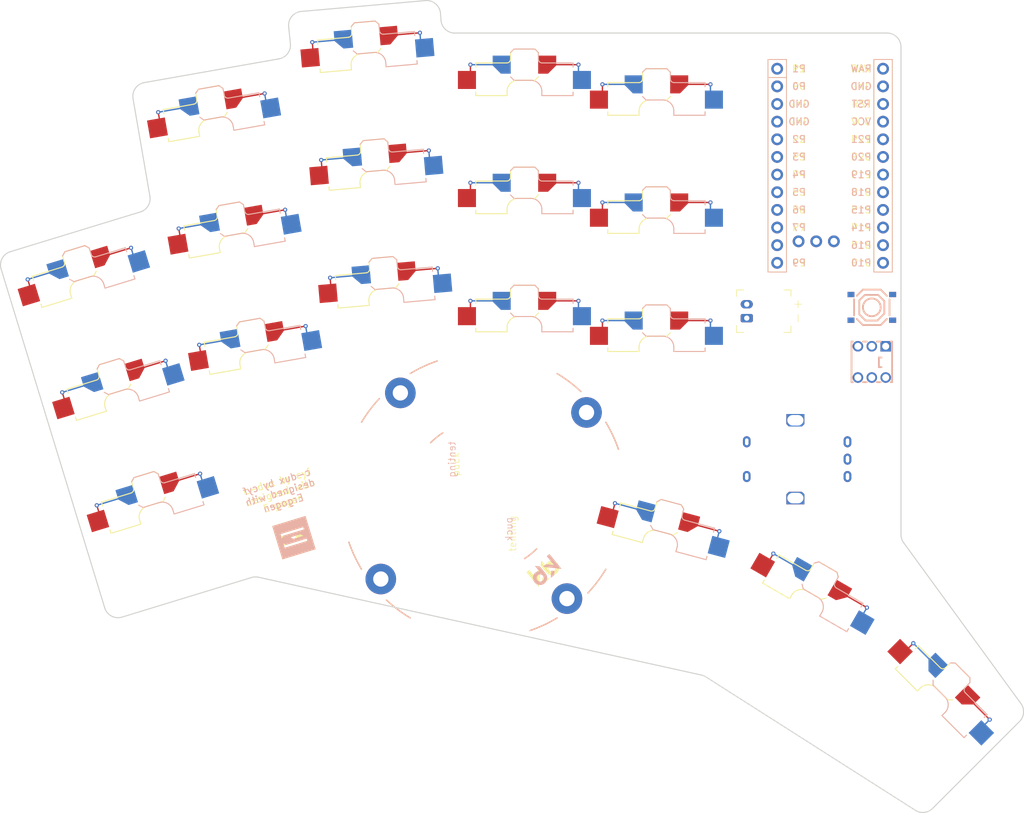
<source format=kicad_pcb>
(kicad_pcb (version 20240108) (generator "pcbnew") (generator_version "8.0")
  (title_block (title "c-dux") (date "2025-02-10") (rev "v1.0.0") (company "Unknown"))
  (layers (0 "F.Cu" signal) (31 "B.Cu" signal) (34 "B.Paste" user) (35 "F.Paste" user) (36 "B.SilkS" user "B.Silkscreen") (37 "F.SilkS" user "F.Silkscreen") (38 "B.Mask" user) (39 "F.Mask" user) (44 "Edge.Cuts" user))
  (net 0 "")
  (net 1 "P102")
  (net 2 "GND")
  (net 3 "P2")
  (net 4 "P0")
  (net 5 "P101")
  (net 6 "P3")
  (net 7 "P1")
  (net 8 "P7")
  (net 9 "P4")
  (net 10 "P21")
  (net 11 "P8")
  (net 12 "P5")
  (net 13 "P20")
  (net 14 "P9")
  (net 15 "P6")
  (net 16 "P19")
  (net 17 "P107")
  (net 18 "P15")
  (net 19 "P14")
  (net 20 "RAW")
  (net 21 "RST")
  (net 22 "VCC")
  (net 23 "P18")
  (net 24 "P16")
  (net 25 "P10")
  (net 26 "BRAW")
  (footprint "ceoloide:switch_choc_v1_v2" (layer "F.Cu") (at 197.411087 89.850184)
    (property "Reference" "S12" (hide yes))
    (property "Value" "")
    (pad "" np_thru_hole circle (at -5.5 0) (size 1.7 1.7) (drill 1.7) (layers "*.Cu" "*.Mask"))
    (pad "" np_thru_hole circle (at -5 -3.75 195) (size 3 3) (drill 3) (layers "*.Cu" "*.Mask"))
    (pad "" np_thru_hole circle (at 0 -5.95) (size 3 3) (drill 3) (layers "*.Cu" "*.Mask"))
    (pad "" np_thru_hole circle (at 0 0) (size 3.4 3.4) (drill 3.4) (layers "*.Cu" "*.Mask"))
    (pad "" np_thru_hole circle (at 5 -3.75 195) (size 3 3) (drill 3) (layers "*.Cu" "*.Mask"))
    (pad "" np_thru_hole circle (at 5.5 0) (size 1.7 1.7) (drill 1.7) (layers "*.Cu" "*.Mask"))
    (pad "1" smd roundrect (at -3.275 -5.95) (size 2.6 2.6) (layers "B.Cu" "B.Paste" "B.Mask") (roundrect_rratio 0) (chamfer_ratio 0.455) (chamfer bottom_left) (net 2 "GND"))
    (pad "1" smd roundrect (at 3.275 -5.95) (size 2.6 2.6) (layers "F.Cu" "F.Paste" "F.Mask") (roundrect_rratio 0) (chamfer_ratio 0.455) (chamfer bottom_right) (net 13 "P20"))
    (pad "2" smd rect (at -8.275 -3.75) (size 2.6 2.6) (layers "F.Cu" "F.Paste" "F.Mask") (net 2 "GND"))
    (pad "2" smd rect (at 8.275 -3.75) (size 2.6 2.6) (layers "B.Cu" "B.Paste" "B.Mask") (net 13 "P20"))
  )
  (footprint "ceoloide:utility_ergogen_logo" (layer "F.Cu") (at 164.231294 151.983001 17)
    (property "Reference" "LOGO1" (hide yes))
    (property "Value" "")
  )
  (footprint "ceoloide:rotary_encoder_ec11_ec12" (layer "F.Cu") (at 236.411087 140.683517 90)
    (property "Reference" "RE1" (hide yes))
    (property "Value" "")
    (pad "" thru_hole roundrect (at -5.6 0) (size 2.6 1.8) (drill oval 2.3 1.5) (layers "*.Cu" "*.Mask") (roundrect_rratio 0) (chamfer_ratio 0.2) (chamfer top_left top_right))
    (pad "" thru_hole roundrect (at 5.6 0) (size 2.6 1.8) (drill oval 2.3 1.5) (layers "*.Cu" "*.Mask") (roundrect_rratio 0) (chamfer_ratio 0.2) (chamfer bottom_left bottom_right))
    (pad "A" thru_hole oval (at 2.5 7.5 90) (size 1.6 1.1) (drill oval 1 0.5) (layers "*.Cu" "F.Mask") (net 25 "P10"))
    (pad "B" thru_hole oval (at 0 7.5 90) (size 1.6 1.1) (drill oval 1 0.5) (layers "*.Cu" "F.Mask") (net 2 "GND"))
    (pad "C" thru_hole oval (at -2.5 7.5 90) (size 1.6 1.1) (drill oval 1 0.5) (layers "*.Cu" "F.Mask") (net 24 "P16"))
    (pad "S1" thru_hole oval (at -2.5 -7 90) (size 1.6 1.1) (drill oval 1 0.5) (layers "*.Cu" "F.Mask") (net 2 "GND"))
    (pad "S2" thru_hole oval (at 2.5 -7 90) (size 1.6 1.1) (drill oval 1 0.5) (layers "*.Cu" "F.Mask") (net 23 "P18"))
  )
  (footprint "TentingPuck_NoHole" (layer "F.Cu") (at 191.541087 145.950184 39)
    (property "Reference" "TP1" (hide yes))
    (property "Value" "Tenting Puck, no hole" (hide yes))
    (fp_text user "tenting" (at -0.254 -6.9215 90) (layer "B.SilkS") (effects (font (thickness 0.1)) (justify mirror)))
    (fp_text user "puck" (at -0.1905 6.0325 90) (layer "B.SilkS") (effects (font (thickness 0.1)) (justify mirror)))
    (fp_text user "tenting" (at -0.1905 6.858 90) (layer "F.SilkS") (effects (font (thickness 0.1))))
    (fp_text user "puck" (at -0.254 -6.0325 90) (layer "F.SilkS") (effects (font (thickness 0.1))))
    (pad "1" thru_hole circle (at -19.05 -0.000001) (size 4.4 4.4) (drill 2.2) (layers "*.Cu" "*.Mask"))
    (pad "1" thru_hole circle (at -0.000001 19.05) (size 4.4 4.4) (drill 2.2) (layers "*.Cu" "*.Mask"))
    (pad "1" thru_hole circle (at 0.000001 -19.05) (size 4.4 4.4) (drill 2.2) (layers "*.Cu" "*.Mask"))
    (pad "1" thru_hole circle (at 19.05 0.000001) (size 4.4 4.4) (drill 2.2) (layers "*.Cu" "*.Mask"))
  )
  (footprint "ceoloide:switch_choc_v1_v2" (layer "F.Cu") (at 176.420883 102.868402 5)
    (property "Reference" "S8" (hide yes))
    (property "Value" "")
    (pad "" np_thru_hole circle (at -5.5 0 5) (size 1.7 1.7) (drill 1.7) (layers "*.Cu" "*.Mask"))
    (pad "" np_thru_hole circle (at -5.000001 -3.75 200) (size 3 3) (drill 3) (layers "*.Cu" "*.Mask"))
    (pad "" np_thru_hole circle (at 0 -5.95 5) (size 3 3) (drill 3) (layers "*.Cu" "*.Mask"))
    (pad "" np_thru_hole circle (at 0 0 5) (size 3.4 3.4) (drill 3.4) (layers "*.Cu" "*.Mask"))
    (pad "" np_thru_hole circle (at 5 -3.75 200) (size 3 3) (drill 3) (layers "*.Cu" "*.Mask"))
    (pad "" np_thru_hole circle (at 5.5 0 5) (size 1.7 1.7) (drill 1.7) (layers "*.Cu" "*.Mask"))
    (pad "1" smd roundrect (at -3.275 -5.95 5) (size 2.6 2.6) (layers "B.Cu" "B.Paste" "B.Mask") (roundrect_rratio 0) (chamfer_ratio 0.455) (chamfer bottom_left) (net 2 "GND"))
    (pad "1" smd roundrect (at 3.275 -5.95 5) (size 2.6 2.6) (layers "F.Cu" "F.Paste" "F.Mask") (roundrect_rratio 0) (chamfer_ratio 0.455) (chamfer bottom_right) (net 9 "P4"))
    (pad "2" smd rect (at -8.275 -3.75 5) (size 2.6 2.6) (layers "F.Cu" "F.Paste" "F.Mask") (net 2 "GND"))
    (pad "2" smd rect (at 8.275 -3.75 5) (size 2.6 2.6) (layers "B.Cu" "B.Paste" "B.Mask") (net 9 "P4"))
  )
  (footprint "easyeda2kicad:SW-TH_5.8ZSPT" (layer "F.Cu") (at 247.411087 126.683517)
    (property "Reference" "SW1" (hide yes))
    (property "Value" "SW_Push_Lock")
    (pad "1" thru_hole rect (at 2 -2.25) (size 1.52 1.52) (drill 0.999998) (layers "*.Cu" "*.Mask") (net 20 "RAW"))
    (pad "2" thru_hole circle (at 0 -2.25) (size 1.52 1.52) (drill 0.999998) (layers "*.Cu" "*.Mask") (net 26 "BRAW"))
    (pad "3" thru_hole circle (at -2 -2.25) (size 1.52 1.52) (drill 0.999998) (layers "*.Cu" "*.Mask"))
    (pad "4" thru_hole circle (at -2 2.25) (size 1.52 1.52) (drill 0.999998) (layers "*.Cu" "*.Mask"))
    (pad "5" thru_hole circle (at 0 2.25) (size 1.52 1.52) (drill 0.999998) (layers "*.Cu" "*.Mask"))
    (pad "6" thru_hole circle (at 2 2.25) (size 1.52 1.52) (drill 0.999998) (layers "*.Cu" "*.Mask"))
  )
  (footprint "ceoloide:switch_choc_v1_v2" (layer "F.Cu") (at 177.703291 119.821143 5)
    (property "Reference" "S7" (hide yes))
    (property "Value" "")
    (pad "" np_thru_hole circle (at -5.5 0 5) (size 1.7 1.7) (drill 1.7) (layers "*.Cu" "*.Mask"))
    (pad "" np_thru_hole circle (at -5.000001 -3.75 200) (size 3 3) (drill 3) (layers "*.Cu" "*.Mask"))
    (pad "" np_thru_hole circle (at 0 -5.95 5) (size 3 3) (drill 3) (layers "*.Cu" "*.Mask"))
    (pad "" np_thru_hole circle (at 0 0 5) (size 3.4 3.4) (drill 3.4) (layers "*.Cu" "*.Mask"))
    (pad "" np_thru_hole circle (at 5 -3.75 200) (size 3 3) (drill 3) (layers "*.Cu" "*.Mask"))
    (pad "" np_thru_hole circle (at 5.5 0 5) (size 1.7 1.7) (drill 1.7) (layers "*.Cu" "*.Mask"))
    (pad "1" smd roundrect (at -3.275 -5.95 5) (size 2.6 2.6) (layers "B.Cu" "B.Paste" "B.Mask") (roundrect_rratio 0) (chamfer_ratio 0.455) (chamfer bottom_left) (net 2 "GND"))
    (pad "1" smd roundrect (at 3.275 -5.95 5) (size 2.6 2.6) (layers "F.Cu" "F.Paste" "F.Mask") (roundrect_rratio 0) (chamfer_ratio 0.455) (chamfer bottom_right) (net 8 "P7"))
    (pad "2" smd rect (at -8.275 -3.75 5) (size 2.6 2.6) (layers "F.Cu" "F.Paste" "F.Mask") (net 2 "GND"))
    (pad "2" smd rect (at 8.275 -3.75 5) (size 2.6 2.6) (layers "B.Cu" "B.Paste" "B.Mask") (net 8 "P7"))
  )
  (footprint "ceoloide:switch_choc_v1_v2" (layer "F.Cu") (at 153.38711 95.254933 10)
    (property "Reference" "S6" (hide yes))
    (property "Value" "")
    (pad "" np_thru_hole circle (at -5.5 0 10) (size 1.7 1.7) (drill 1.7) (layers "*.Cu" "*.Mask"))
    (pad "" np_thru_hole circle (at -5 -3.75 205) (size 3 3) (drill 3) (layers "*.Cu" "*.Mask"))
    (pad "" np_thru_hole circle (at 0 -5.95 10) (size 3 3) (drill 3) (layers "*.Cu" "*.Mask"))
    (pad "" np_thru_hole circle (at 0 0 10) (size 3.4 3.4) (drill 3.4) (layers "*.Cu" "*.Mask"))
    (pad "" np_thru_hole circle (at 5 -3.75 205) (size 3 3) (drill 3) (layers "*.Cu" "*.Mask"))
    (pad "" np_thru_hole circle (at 5.5 0 10) (size 1.7 1.7) (drill 1.7) (layers "*.Cu" "*.Mask"))
    (pad "1" smd roundrect (at -3.275 -5.95 10) (size 2.6 2.6) (layers "B.Cu" "B.Paste" "B.Mask") (roundrect_rratio 0) (chamfer_ratio 0.455) (chamfer bottom_left) (net 2 "GND"))
    (pad "1" smd roundrect (at 3.275 -5.95 10) (size 2.6 2.6) (layers "F.Cu" "F.Paste" "F.Mask") (roundrect_rratio 0) (chamfer_ratio 0.455) (chamfer bottom_right) (net 7 "P1"))
    (pad "2" smd rect (at -8.275 -3.75 10) (size 2.6 2.6) (layers "F.Cu" "F.Paste" "F.Mask") (net 2 "GND"))
    (pad "2" smd rect (at 8.275 -3.75 10) (size 2.6 2.6) (layers "B.Cu" "B.Paste" "B.Mask") (net 7 "P1"))
  )
  (footprint "ceoloide:switch_choc_v1_v2" (layer "F.Cu") (at 159.291148 128.738397 10)
    (property "Reference" "S4" (hide yes))
    (property "Value" "")
    (pad "" np_thru_hole circle (at -5.5 0 10) (size 1.7 1.7) (drill 1.7) (layers "*.Cu" "*.Mask"))
    (pad "" np_thru_hole circle (at -5 -3.75 205) (size 3 3) (drill 3) (layers "*.Cu" "*.Mask"))
    (pad "" np_thru_hole circle (at 0 -5.95 10) (size 3 3) (drill 3) (layers "*.Cu" "*.Mask"))
    (pad "" np_thru_hole circle (at 0 0 10) (size 3.4 3.4) (drill 3.4) (layers "*.Cu" "*.Mask"))
    (pad "" np_thru_hole circle (at 5 -3.75 205) (size 3 3) (drill 3) (layers "*.Cu" "*.Mask"))
    (pad "" np_thru_hole circle (at 5.5 0 10) (size 1.7 1.7) (drill 1.7) (layers "*.Cu" "*.Mask"))
    (pad "1" smd roundrect (at -3.275 -5.95 10) (size 2.6 2.6) (layers "B.Cu" "B.Paste" "B.Mask") (roundrect_rratio 0) (chamfer_ratio 0.455) (chamfer bottom_left) (net 2 "GND"))
    (pad "1" smd roundrect (at 3.275 -5.95 10) (size 2.6 2.6) (layers "F.Cu" "F.Paste" "F.Mask") (roundrect_rratio 0) (chamfer_ratio 0.455) (chamfer bottom_right) (net 5 "P101"))
    (pad "2" smd rect (at -8.275 -3.75 10) (size 2.6 2.6) (layers "F.Cu" "F.Paste" "F.Mask") (net 2 "GND"))
    (pad "2" smd rect (at 8.275 -3.75 10) (size 2.6 2.6) (layers "B.Cu" "B.Paste" "B.Mask") (net 5 "P101"))
  )
  (footprint "ceoloide:switch_choc_v1_v2" (layer "F.Cu") (at 216.411087 92.683517)
    (property "Reference" "S15" (hide yes))
    (property "Value" "")
    (pad "" np_thru_hole circle (at -5.5 0) (size 1.7 1.7) (drill 1.7) (layers "*.Cu" "*.Mask"))
    (pad "" np_thru_hole circle (at -5 -3.75 195) (size 3 3) (drill 3) (layers "*.Cu" "*.Mask"))
    (pad "" np_thru_hole circle (at 0 -5.95) (size 3 3) (drill 3) (layers "*.Cu" "*.Mask"))
    (pad "" np_thru_hole circle (at 0 0) (size 3.4 3.4) (drill 3.4) (layers "*.Cu" "*.Mask"))
    (pad "" np_thru_hole circle (at 5 -3.75 195) (size 3 3) (drill 3) (layers "*.Cu" "*.Mask"))
    (pad "" np_thru_hole circle (at 5.5 0) (size 1.7 1.7) (drill 1.7) (layers "*.Cu" "*.Mask"))
    (pad "1" smd roundrect (at -3.275 -5.95) (size 2.6 2.6) (layers "B.Cu" "B.Paste" "B.Mask") (roundrect_rratio 0) (chamfer_ratio 0.455) (chamfer bottom_left) (net 2 "GND"))
    (pad "1" smd roundrect (at 3.275 -5.95) (size 2.6 2.6) (layers "F.Cu" "F.Paste" "F.Mask") (roundrect_rratio 0) (chamfer_ratio 0.455) (chamfer bottom_right) (net 16 "P19"))
    (pad "2" smd rect (at -8.275 -3.75) (size 2.6 2.6) (layers "F.Cu" "F.Paste" "F.Mask") (net 2 "GND"))
    (pad "2" smd rect (at 8.275 -3.75) (size 2.6 2.6) (layers "B.Cu" "B.Paste" "B.Mask") (net 16 "P19"))
  )
  (footprint "ceoloide:switch_choc_v1_v2" (layer "F.Cu") (at 216.410744 154.790192 -15)
    (property "Reference" "S16" (hide yes))
    (property "Value" "")
    (pad "" np_thru_hole circle (at -5.5 0 345) (size 1.7 1.7) (drill 1.7) (layers "*.Cu" "*.Mask"))
    (pad "" np_thru_hole circle (at -5 -3.75 180) (size 3 3) (drill 3) (layers "*.Cu" "*.Mask"))
    (pad "" np_thru_hole circle (at 0 -5.95 345) (size 3 3) (drill 3) (layers "*.Cu" "*.Mask"))
    (pad "" np_thru_hole circle (at 0 0 345) (size 3.4 3.4) (drill 3.4) (layers "*.Cu" "*.Mask"))
    (pad "" np_thru_hole circle (at 5 -3.75 180) (size 3 3) (drill 3) (layers "*.Cu" "*.Mask"))
    (pad "" np_thru_hole circle (at 5.5 0 345) (size 1.7 1.7) (drill 1.7) (layers "*.Cu" "*.Mask"))
    (pad "1" smd roundrect (at -3.275 -5.95 345) (size 2.6 2.6) (layers "B.Cu" "B.Paste" "B.Mask") (roundrect_rratio 0) (chamfer_ratio 0.455) (chamfer bottom_left) (net 2 "GND"))
    (pad "1" smd roundrect (at 3.275 -5.95 345) (size 2.6 2.6) (layers "F.Cu" "F.Paste" "F.Mask") (roundrect_rratio 0) (chamfer_ratio 0.455) (chamfer bottom_right) (net 17 "P107"))
    (pad "2" smd rect (at -8.275 -3.75 345) (size 2.6 2.6) (layers "F.Cu" "F.Paste" "F.Mask") (net 2 "GND"))
    (pad "2" smd rect (at 8.275 -3.75 345) (size 2.6 2.6) (layers "B.Cu" "B.Paste" "B.Mask") (net 17 "P107"))
  )
  (footprint "ceoloide:switch_choc_v1_v2" (layer "F.Cu") (at 216.411087 109.683517)
    (property "Reference" "S14" (hide yes))
    (property "Value" "")
    (pad "" np_thru_hole circle (at -5.5 0) (size 1.7 1.7) (drill 1.7) (layers "*.Cu" "*.Mask"))
    (pad "" np_thru_hole circle (at -5 -3.75 195) (size 3 3) (drill 3) (layers "*.Cu" "*.Mask"))
    (pad "" np_thru_hole circle (at 0 -5.95) (size 3 3) (drill 3) (layers "*.Cu" "*.Mask"))
    (pad "" np_thru_hole circle (at 0 0) (size 3.4 3.4) (drill 3.4) (layers "*.Cu" "*.Mask"))
    (pad "" np_thru_hole circle (at 5 -3.75 195) (size 3 3) (drill 3) (layers "*.Cu" "*.Mask"))
    (pad "" np_thru_hole circle (at 5.5 0) (size 1.7 1.7) (drill 1.7) (layers "*.Cu" "*.Mask"))
    (pad "1" smd roundrect (at -3.275 -5.95) (size 2.6 2.6) (layers "B.Cu" "B.Paste" "B.Mask") (roundrect_rratio 0) (chamfer_ratio 0.455) (chamfer bottom_left) (net 2 "GND"))
    (pad "1" smd roundrect (at 3.275 -5.95) (size 2.6 2.6) (layers "F.Cu" "F.Paste" "F.Mask") (roundrect_rratio 0) (chamfer_ratio 0.455) (chamfer bottom_right) (net 15 "P6"))
    (pad "2" smd rect (at -8.275 -3.75) (size 2.6 2.6) (layers "F.Cu" "F.Paste" "F.Mask") (net 2 "GND"))
    (pad "2" smd rect (at 8.275 -3.75) (size 2.6 2.6) (layers "B.Cu" "B.Paste" "B.Mask") (net 15 "P6"))
  )
  (footprint "ceoloide:battery_connector_jst_ph_2" (layer "F.Cu") (at 229.411087 119.383517 90)
    (property "Reference" "JST1" (hide yes))
    (property "Value" "")
    (pad "1" thru_hole roundrect (at -1 0 90) (size 1.2 1.75) (drill 0.75) (layers "*.Cu" "*.Mask") (roundrect_rratio 0.2) (net 2 "GND"))
    (pad "2" thru_hole oval (at 1 0 90) (size 1.2 1.75) (drill 0.75) (layers "*.Cu" "*.Mask") (net 26 "BRAW"))
  )
  (footprint "ceoloide:switch_choc_v1_v2" (layer "F.Cu") (at 145.029681 150.742819 17)
    (property "Reference" "S1" (hide yes))
    (property "Value" "")
    (pad "" np_thru_hole circle (at -5.5 0 17) (size 1.7 1.7) (drill 1.7) (layers "*.Cu" "*.Mask"))
    (pad "" np_thru_hole circle (at -5 -3.75 212) (size 3 3) (drill 3) (layers "*.Cu" "*.Mask"))
    (pad "" np_thru_hole circle (at 0 -5.95 17) (size 3 3) (drill 3) (layers "*.Cu" "*.Mask"))
    (pad "" np_thru_hole circle (at 0 0 17) (size 3.4 3.4) (drill 3.4) (layers "*.Cu" "*.Mask"))
    (pad "" np_thru_hole circle (at 5 -3.75 212) (size 3 3) (drill 3) (layers "*.Cu" "*.Mask"))
    (pad "" np_thru_hole circle (at 5.5 0 17) (size 1.7 1.7) (drill 1.7) (layers "*.Cu" "*.Mask"))
    (pad "1" smd roundrect (at -3.275 -5.95 17) (size 2.6 2.6) (layers "B.Cu" "B.Paste" "B.Mask") (roundrect_rratio 0) (chamfer_ratio 0.455) (chamfer bottom_left) (net 2 "GND"))
    (pad "1" smd roundrect (at 3.275 -5.95 17) (size 2.6 2.6) (layers "F.Cu" "F.Paste" "F.Mask") (roundrect_rratio 0) (chamfer_ratio 0.455) (chamfer bottom_right) (net 1 "P102"))
    (pad "2" smd rect (at -8.275 -3.75 17) (size 2.6 2.6) (layers "F.Cu" "F.Paste" "F.Mask") (net 2 "GND"))
    (pad "2" smd rect (at 8.275 -3.75 17) (size 2.6 2.6) (layers "B.Cu" "B.Paste" "B.Mask") (net 1 "P102"))
  )
  (footprint "ceoloide:switch_choc_v1_v2" (layer "F.Cu") (at 216.411087 126.683517)
    (property "Reference" "S13" (hide yes))
    (property "Value" "")
    (pad "" np_thru_hole circle (at -5.5 0) (size 1.7 1.7) (drill 1.7) (layers "*.Cu" "*.Mask"))
    (pad "" np_thru_hole circle (at -5 -3.75 195) (size 3 3) (drill 3) (layers "*.Cu" "*.Mask"))
    (pad "" np_thru_hole circle (at 0 -5.95) (size 3 3) (drill 3) (layers "*.Cu" "*.Mask"))
    (pad "" np_thru_hole circle (at 0 0) (size 3.4 3.4) (drill 3.4) (layers "*.Cu" "*.Mask"))
    (pad "" np_thru_hole circle (at 5 -3.75 195) (size 3 3) (drill 3) (layers "*.Cu" "*.Mask"))
    (pad "" np_thru_hole circle (at 5.5 0) (size 1.7 1.7) (drill 1.7) (layers "*.Cu" "*.Mask"))
    (pad "1" smd roundrect (at -3.275 -5.95) (size 2.6 2.6) (layers "B.Cu" "B.Paste" "B.Mask") (roundrect_rratio 0) (chamfer_ratio 0.455) (chamfer bottom_left) (net 2 "GND"))
    (pad "1" smd roundrect (at 3.275 -5.95) (size 2.6 2.6) (layers "F.Cu" "F.Paste" "F.Mask") (roundrect_rratio 0) (chamfer_ratio 0.455) (chamfer bottom_right) (net 14 "P9"))
    (pad "2" smd rect (at -8.275 -3.75) (size 2.6 2.6) (layers "F.Cu" "F.Paste" "F.Mask") (net 2 "GND"))
    (pad "2" smd rect (at 8.275 -3.75) (size 2.6 2.6) (layers "B.Cu" "B.Paste" "B.Mask") (net 14 "P9"))
  )
  (footprint "easyeda2kicad:SW-SMD_4P-L5.1-W5.1-P3.70-LS6.5-TL_H1.5" (layer "F.Cu") (at 247.411087 118.833517)
    (property "Reference" "SW2" (hide yes))
    (property "Value" "SW-SMD_4P")
    (pad "1" smd rect (at -3 -1.85) (size 1 0.75) (layers "F.Cu" "F.Paste" "F.Mask") (net 21 "RST"))
    (pad "1" smd rect (at -3 -1.85) (size 1 0.75) (layers "B.Cu" "B.Paste" "B.Mask") (net 21 "RST"))
    (pad "2" smd rect (at 3 -1.85) (size 1 0.75) (layers "F.Cu" "F.Paste" "F.Mask"))
    (pad "2" smd rect (at 3 -1.85) (size 1 0.75) (layers "B.Cu" "B.Paste" "B.Mask"))
    (pad "3" smd rect (at -3 1.85) (size 1 0.75) (layers "F.Cu" "F.Paste" "F.Mask") (net 2 "GND"))
    (pad "3" smd rect (at -3 1.85) (size 1 0.75) (layers "B.Cu" "B.Paste" "B.Mask") (net 2 "GND"))
    (pad "4" smd rect (at 3 1.85) (size 1 0.75) (layers "F.Cu" "F.Paste" "F.Mask"))
    (pad "4" smd rect (at 3 1.85) (size 1 0.75) (layers "B.Cu" "B.Paste" "B.Mask"))
  )
  (footprint "ceoloide:switch_choc_v1_v2" (layer "F.Cu") (at 135.089043 118.228457 17)
    (property "Reference" "S3" (hide yes))
    (property "Value" "")
    (pad "" np_thru_hole circle (at -5.5 0 17) (size 1.7 1.7) (drill 1.7) (layers "*.Cu" "*.Mask"))
    (pad "" np_thru_hole circle (at -5 -3.75 212) (size 3 3) (drill 3) (layers "*.Cu" "*.Mask"))
    (pad "" np_thru_hole circle (at 0 -5.95 17) (size 3 3) (drill 3) (layers "*.Cu" "*.Mask"))
    (pad "" np_thru_hole circle (at 0 0 17) (size 3.4 3.4) (drill 3.4) (layers "*.Cu" "*.Mask"))
    (pad "" np_thru_hole circle (at 5 -3.75 212) (size 3 3) (drill 3) (layers "*.Cu" "*.Mask"))
    (pad "" np_thru_hole circle (at 5.5 0 17) (size 1.7 1.7) (drill 1.7) (layers "*.Cu" "*.Mask"))
    (pad "1" smd roundrect (at -3.275 -5.95 17) (size 2.6 2.6) (layers "B.Cu" "B.Paste" "B.Mask") (roundrect_rratio 0) (chamfer_ratio 0.455) (chamfer bottom_left) (net 2 "GND"))
    (pad "1" smd roundrect (at 3.275 -5.95 17) (size 2.6 2.6) (layers "F.Cu" "F.Paste" "F.Mask") (roundrect_rratio 0) (chamfer_ratio 0.455) (chamfer bottom_right) (net 4 "P0"))
    (pad "2" smd rect (at -8.275 -3.75 17) (size 2.6 2.6) (layers "F.Cu" "F.Paste" "F.Mask") (net 2 "GND"))
    (pad "2" smd rect (at 8.275 -3.75 17) (size 2.6 2.6) (layers "B.Cu" "B.Paste" "B.Mask") (net 4 "P0"))
  )
  (footprint "ceoloide:switch_choc_v1_v2" (layer "F.Cu") (at 254.677386 176.883448 -45)
    (property "Reference" "S18" (hide yes))
    (property "Value" "")
    (pad "" np_thru_hole circle (at -5.5 0 315) (size 1.7 1.7) (drill 1.7) (layers "*.Cu" "*.Mask"))
    (pad "" np_thru_hole circle (at -4.999999 -3.75 150) (size 3 3) (drill 3) (layers "*.Cu" "*.Mask"))
    (pad "" np_thru_hole circle (at 0 -5.95 315) (size 3 3) (drill 3) (layers "*.Cu" "*.Mask"))
    (pad "" np_thru_hole circle (at 0 0 315) (size 3.4 3.4) (drill 3.4) (layers "*.Cu" "*.Mask"))
    (pad "" np_thru_hole circle (at 4.999999 -3.75 150) (size 3 3) (drill 3) (layers "*.Cu" "*.Mask"))
    (pad "" np_thru_hole circle (at 5.5 0 315) (size 1.7 1.7) (drill 1.7) (layers "*.Cu" "*.Mask"))
    (pad "1" smd roundrect (at -3.275 -5.95 315) (size 2.6 2.6) (layers "B.Cu" "B.Paste" "B.Mask") (roundrect_rratio 0) (chamfer_ratio 0.455) (chamfer bottom_left) (net 2 "GND"))
    (pad "1" smd roundrect (at 3.275 -5.95 315) (size 2.6 2.6) (layers "F.Cu" "F.Paste" "F.Mask") (roundrect_rratio 0) (chamfer_ratio 0.455) (chamfer bottom_right) (net 19 "P14"))
    (pad "2" smd rect (at -8.275 -3.75 315) (size 2.6 2.6) (layers "F.Cu" "F.Paste" "F.Mask") (net 2 "GND"))
    (pad "2" smd rect (at 8.275 -3.75 315) (size 2.6 2.6) (layers "B.Cu" "B.Paste" "B.Mask") (net 19 "P14"))
  )
  (footprint "ceoloide:switch_choc_v1_v2" (layer "F.Cu") (at 236.998381 163.31787 -30)
    (property "Reference" "S17" (hide yes))
    (property "Value" "")
    (pad "" np_thru_hole circle (at -5.5 0 330) (size 1.7 1.7) (drill 1.7) (layers "*.Cu" "*.Mask"))
    (pad "" np_thru_hole circle (at -5 -3.75 165) (size 3 3) (drill 3) (layers "*.Cu" "*.Mask"))
    (pad "" np_thru_hole circle (at 0 -5.95 330) (size 3 3) (drill 3) (layers "*.Cu" "*.Mask"))
    (pad "" np_thru_hole circle (at 0 0 330) (size 3.4 3.4) (drill 3.4) (layers "*.Cu" "*.Mask"))
    (pad "" np_thru_hole circle (at 5 -3.75 165) (size 3 3) (drill 3) (layers "*.Cu" "*.Mask"))
    (pad "" np_thru_hole circle (at 5.5 0 330) (size 1.7 1.7) (drill 1.7) (layers "*.Cu" "*.Mask"))
    (pad "1" smd roundrect (at -3.275 -5.95 330) (size 2.6 2.6) (layers "B.Cu" "B.Paste" "B.Mask") (roundrect_rratio 0) (chamfer_ratio 0.455) (chamfer bottom_left) (net 2 "GND"))
    (pad "1" smd roundrect (at 3.275 -5.95 330) (size 2.6 2.6) (layers "F.Cu" "F.Paste" "F.Mask") (roundrect_rratio 0) (chamfer_ratio 0.455) (chamfer bottom_right) (net 18 "P15"))
    (pad "2" smd rect (at -8.275 -3.75 330) (size 2.6 2.6) (layers "F.Cu" "F.Paste" "F.Mask") (net 2 "GND"))
    (pad "2" smd rect (at 8.275 -3.75 330) (size 2.6 2.6) (layers "B.Cu" "B.Paste" "B.Mask") (net 18 "P15"))
  )
  (footprint "ceoloide:switch_choc_v1_v2" (layer "F.Cu") (at 156.339129 111.996665 10)
    (property "Reference" "S5" (hide yes))
    (property "Value" "")
    (pad "" np_thru_hole circle (at -5.5 0 10) (size 1.7 1.7) (drill 1.7) (layers "*.Cu" "*.Mask"))
    (pad "" np_thru_hole circle (at -5 -3.75 205) (size 3 3) (drill 3) (layers "*.Cu" "*.Mask"))
    (pad "" np_thru_hole circle (at 0 -5.95 10) (size 3 3) (drill 3) (layers "*.Cu" "*.Mask"))
    (pad "" np_thru_hole circle (at 0 0 10) (size 3.4 3.4) (drill 3.4) (layers "*.Cu" "*.Mask"))
    (pad "" np_thru_hole circle (at 5 -3.75 205) (size 3 3) (drill 3) (layers "*.Cu" "*.Mask"))
    (pad "" np_thru_hole circle (at 5.5 0 10) (size 1.7 1.7) (drill 1.7) (layers "*.Cu" "*.Mask"))
    (pad "1" smd roundrect (at -3.275 -5.95 10) (size 2.6 2.6) (layers "B.Cu" "B.Paste" "B.Mask") (roundrect_rratio 0) (chamfer_ratio 0.455) (chamfer bottom_left) (net 2 "GND"))
    (pad "1" smd roundrect (at 3.275 -5.95 10) (size 2.6 2.6) (layers "F.Cu" "F.Paste" "F.Mask") (roundrect_rratio 0) (chamfer_ratio 0.455) (chamfer bottom_right) (net 6 "P3"))
    (pad "2" smd rect (at -8.275 -3.75 10) (size 2.6 2.6) (layers "F.Cu" "F.Paste" "F.Mask") (net 2 "GND"))
    (pad "2" smd rect (at 8.275 -3.75 10) (size 2.6 2.6) (layers "B.Cu" "B.Paste" "B.Mask") (net 6 "P3"))
  )
  (footprint "ceoloide:mcu_supermini_nrf52840" (layer "F.Cu") (at 241.411087 97.183517)
    (property "Reference" "MCU1" (hide yes))
    (property "Value" "")
    (fp_text user "P1" (at -4.47 -12.7 0) (layer "B.SilkS") (effects (justify mirror)))
    (fp_text user "GND" (at -4.47 -5.08 0) (layer "B.SilkS") (effects (justify mirror)))
    (fp_text user "P18" (at 4.47 5.08 0) (layer "B.SilkS") (effects (justify mirror)))
    (fp_text user "P2" (at -4.47 -2.54 0) (layer "B.SilkS") (effects (justify mirror)))
    (fp_text user "P16" (at 4.47 12.7 0) (layer "B.SilkS") (effects (justify mirror)))
    (fp_text user "P3" (at -4.47 0 0) (layer "B.SilkS") (effects (justify mirror)))
    (fp_text user "P10" (at 4.47 15.24 0) (layer "B.SilkS") (effects (justify mirror)))
    (fp_text user "RAW" (at 4.47 -12.7 0) (layer "B.SilkS") (effects (justify mirror)))
    (fp_text user "P7" (at -4.47 10.16 0) (layer "B.SilkS") (effects (justify mirror)))
    (fp_text user "RST" (at 4.47 -7.62 0) (layer "B.SilkS") (effects (justify mirror)))
    (fp_text user "P9" (at -4.47 15.24 0) (layer "B.SilkS") (effects (justify mirror)))
    (fp_text user "P0" (at -4.47 -10.16 0) (layer "B.SilkS") (effects (justify mirror)))
    (fp_text user "P21" (at 4.47 -2.54 0) (layer "B.SilkS") (effects (justify mirror)))
    (fp_text user "P4" (at -4.47 2.54 0) (layer "B.SilkS") (effects (justify mirror)))
    (fp_text user "P5" (at -4.47 5.08 0) (layer "B.SilkS") (effects (justify mirror)))
    (fp_text user "VCC" (at 4.47 -5.08 0) (layer "B.SilkS") (effects (justify mirror)))
    (fp_text user "GND" (at 4.47 -10.16 0) (layer "B.SilkS") (effects (justify mirror)))
    (fp_text user "P6" (at -4.47 7.62 0) (layer "B.SilkS") (effects (justify mirror)))
    (fp_text user "P19" (at 4.47 2.54 0) (layer "B.SilkS") (effects (justify mirror)))
    (fp_text user "P20" (at 4.47 0 0) (layer "B.SilkS") (effects (justify mirror)))
    (fp_text user "GND" (at -4.47 -7.62 0) (layer "B.SilkS") (effects (justify mirror)))
    (fp_text user "P15" (at 4.47 7.62 0) (layer "B.SilkS") (effects (justify mirror)))
    (fp_text user "P14" (at 4.47 10.16 0) (layer "B.SilkS") (effects (justify mirror)))
    (fp_text user "VCC" (at 4.47 -5.08 0) (layer "F.SilkS"))
    (fp_text user "P16" (at 4.47 12.7 0) (layer "F.SilkS"))
    (fp_text user "P15" (at 4.47 7.62 0) (layer "F.SilkS"))
    (fp_text user "P10" (at 4.47 15.24 0) (layer "F.SilkS"))
    (fp_text user "GND" (at 4.47 -10.16 0) (layer "F.SilkS"))
    (fp_text user "P6" (at -4.47 7.62 0) (layer "F.SilkS"))
    (fp_text user "P5" (at -4.47 5.08 0) (layer "F.SilkS"))
    (fp_text user "GND" (at -4.47 -7.62 0) (layer "F.SilkS"))
    (fp_text user "P20" (at 4.47 0 0) (layer "F.SilkS"))
    (fp_text user "P19" (at 4.47 2.54 0) (layer "F.SilkS"))
    (fp_text user "P18" (at 4.47 5.08 0) (layer "F.SilkS"))
    (fp_text user "P0" (at -4.47 -10.16 0) (layer "F.SilkS"))
    (fp_text user "P21" (at 4.47 -2.54 0) (layer "F.SilkS"))
    (fp_text user "P2" (at -4.47 -2.54 0) (layer "F.SilkS"))
    (fp_text user "P7" (at -4.47 10.16 0) (layer "F.SilkS"))
    (fp_text user "RST" (at 4.47 -7.62 0) (layer "F.SilkS"))
    (fp_text user "P14" (at 4.47 10.16 0) (layer "F.SilkS"))
    (fp_text user "P9" (at -4.47 15.24 0) (layer "F.SilkS"))
    (fp_text user "RAW" (at 4.47 -12.7 0) (layer "F.SilkS"))
    (fp_text user "GND" (at -4.47 -5.08 0) (layer "F.SilkS"))
    (fp_text user "P4" (at -4.47 2.54 0) (layer "F.SilkS"))
    (fp_text user "P1" (at -4.47 -12.7 0) (layer "F.SilkS"))
    (fp_text user "P3" (at -4.47 0 0) (layer "F.SilkS"))
    (pad "1" thru_hole circle (at 7.62 -12.7) (size 1.7 1.7) (drill 1) (layers "*.Cu" "*.Mask") (net 20 "RAW"))
    (pad "2" thru_hole circle (at 7.62 -10.16) (size 1.7 1.7) (drill 1) (layers "*.Cu" "*.Mask") (net 2 "GND"))
    (pad "3" thru_hole circle (at 7.62 -7.62) (size 1.7 1.7) (drill 1) (layers "*.Cu" "*.Mask") (net 21 "RST"))
    (pad "4" thru_hole circle (at 7.62 -5.08) (size 1.7 1.7) (drill 1) (layers "*.Cu" "*.Mask") (net 22 "VCC"))
    (pad "5" thru_hole circle (at 7.62 -2.54) (size 1.7 1.7) (drill 1) (layers "*.Cu" "*.Mask") (net 10 "P21"))
    (pad "6" thru_hole circle (at 7.62 0) (size 1.7 1.7) (drill 1) (layers "*.Cu" "*.Mask") (net 13 "P20"))
    (pad "7" thru_hole circle (at 7.62 2.54) (size 1.7 1.7) (drill 1) (layers "*.Cu" "*.Mask") (net 16 "P19"))
    (pad "8" thru_hole circle (at 7.62 5.08) (size 1.7 1.7) (drill 1) (layers "*.Cu" "*.Mask") (net 23 "P18"))
    (pad "9" thru_hole circle (at 7.62 7.62) (size 1.7 1.7) (drill 1) (layers "*.Cu" "*.Mask") (net 18 "P15"))
    (pad "10" thru_hole circle (at 7.62 10.16) (size 1.7 1.7) (drill 1) (layers "*.Cu" "*.Mask") (net 19 "P14"))
    (pad "11" thru_hole circle (at 7.62 12.7) (size 1.7 1.7) (drill 1) (layers "*.Cu" "*.Mask") (net 24 "P16"))
    (pad "12" thru_hole circle (at 7.62 15.24) (size 1.7 1.7) (drill 1) (layers "*.Cu" "*.Mask") (net 25 "P10"))
    (pad "13" thru_hole circle (at -7.62 15.24) (size 1.7 1.7) (drill 1) (layers "*.Cu" "*.Mask") (net 14 "P9"))
    (pad "14" thru_hole circle (at -7.62 12.7) (size 1.7 1.7) (drill 1) (layers "*.Cu" "*.Mask") (net 11 "P8"))
    (pad "15" thru_hole circle (at -7.62 10.16) (size 1.7 1.7) (drill 1) (layers "*.Cu" "*.Mask") (net 8 "P7"))
    (pad "16" thru_hole circle (at -7.62 7.62) (size 1.7 1.7) (drill 1) (layers "*.Cu" "*.Mask") (net 15 "P6"))
    (pad "17" thru_hole circle (at -7.62 5.08) (size 1.7 1.7) (drill 1) (layers "*.Cu" "*.Mask") (net 12 "P5"))
    (pad "18" thru_hole circle (at -7.62 2.54) (size 1.7 1.7) (drill 1) (layers "*.Cu" "*.Mask") (net 9 "P4"))
    (pad "19" thru_hole circle (at -7.62 0) (size 1.7 1.7) (drill 1) (layers "*.Cu" "*.Mask") (net 6 "P3"))
    (pad "20" thru_hole circle (at -7.62 -2.54) (size 1.7 1.7) (drill 1) (layers "*.Cu" "*.Mask") (net 3 "P2"))
    (pad "21" thru_hole circle (at -7.62 -5.08) (size 1.7 1.7) (drill 1) (layers "*.Cu" "*.Mask") (net 2 "GND"))
    (pad "22" thru_hole circle (at -7.62 -7.62) (size 1.7 1.7) (drill 1) (layers "*.Cu" "*.Mask") (net 2 "GND"))
    (pad "23" thru_hole circle (at -7.62 -10.16) (size 1.7 1.7) (drill 1) (layers "*.Cu" "*.Mask") (net 4 "P0"))
    (pad "24" thru_hole circle (at -7.62 -12.7) (size 1.7 1.7) (drill 1) (layers "*.Cu" "*.Mask") (net 7 "P1"))
    (pad "25" thru_hole circle (at -4.54 12.1452) (size 1.7 1.7) (drill 1) (layers "*.Cu" "*.Mask") (net 5 "P101"))
    (pad "26" thru_hole circle (at -2 12.1452) (size 1.7 1.7) (drill 1) (layers "*.Cu" "*.Mask") (net 1 "P102"))
    (pad "27" thru_hole circle (at 0.54 12.1452) (size 1.7 1.7) (drill 1) (layers "*.Cu" "*.Mask") (net 17 "P107"))
  )
  (footprint "ceoloide:switch_choc_v1_v2" (layer "F.Cu") (at 175.138474 85.915661 5)
    (property "Reference" "S9" (hide yes))
    (property "Value" "")
    (pad "" np_thru_hole circle (at -5.5 0 5) (size 1.7 1.7) (drill 1.7) (layers "*.Cu" "*.Mask"))
    (pad "" np_thru_hole circle (at -5.000001 -3.75 200) (size 3 3) (drill 3) (layers "*.Cu" "*.Mask"))
    (pad "" np_thru_hole circle (at 0 -5.95 5) (size 3 3) (drill 3) (layers "*.Cu" "*.Mask"))
    (pad "" np_thru_hole circle (at 0 0 5) (size 3.4 3.4) (drill 3.4) (layers "*.Cu" "*.Mask"))
    (pad "" np_thru_hole circle (at 5 -3.75 200) (size 3 3) (drill 3) (layers "*.Cu" "*.Mask"))
    (pad "" np_thru_hole circle (at 5.5 0 5) (size 1.7 1.7) (drill 1.7) (layers "*.Cu" "*.Mask"))
    (pad "1" smd roundrect (at -3.275 -5.95 5) (size 2.6 2.6) (layers "B.Cu" "B.Paste" "B.Mask") (roundrect_rratio 0) (chamfer_ratio 0.455) (chamfer bottom_left) (net 2 "GND"))
    (pad "1" smd roundrect (at 3.275 -5.95 5) (size 2.6 2.6) (layers "F.Cu" "F.Paste" "F.Mask") (roundrect_rratio 0) (chamfer_ratio 0.455) (chamfer bottom_right) (net 10 "P21"))
    (pad "2" smd rect (at -8.275 -3.75 5) (size 2.6 2.6) (layers "F.Cu" "F.Paste" "F.Mask") (net 2 "GND"))
    (pad "2" smd rect (at 8.275 -3.75 5) (size 2.6 2.6) (layers "B.Cu" "B.Paste" "B.Mask") (net 10 "P21"))
  )
  (footprint "ceoloide:switch_choc_v1_v2" (layer "F.Cu") (at 197.411087 106.850184)
    (property "Reference" "S11" (hide yes))
    (property "Value" "")
    (pad "" np_thru_hole circle (at -5.5 0) (size 1.7 1.7) (drill 1.7) (layers "*.Cu" "*.Mask"))
    (pad "" np_thru_hole circle (at -5 -3.75 195) (size 3 3) (drill 3) (layers "*.Cu" "*.Mask"))
    (pad "" np_thru_hole circle (at 0 -5.95) (size 3 3) (drill 3) (layers "*.Cu" "*.Mask"))
    (pad "" np_thru_hole circle (at 0 0) (size 3.4 3.4) (drill 3.4) (layers "*.Cu" "*.Mask"))
    (pad "" np_thru_hole circle (at 5 -3.75 195) (size 3 3) (drill 3) (layers "*.Cu" "*.Mask"))
    (pad "" np_thru_hole circle (at 5.5 0) (size 1.7 1.7) (drill 1.7) (layers "*.Cu" "*.Mask"))
    (pad "1" smd roundrect (at -3.275 -5.95) (size 2.6 2.6) (layers "B.Cu" "B.Paste" "B.Mask") (roundrect_rratio 0) (chamfer_ratio 0.455) (chamfer bottom_left) (net 2 "GND"))
    (pad "1" smd roundrect (at 3.275 -5.95) (size 2.6 2.6) (layers "F.Cu" "F.Paste" "F.Mask") (roundrect_rratio 0) (chamfer_ratio 0.455) (chamfer bottom_right) (net 12 "P5"))
    (pad "2" smd rect (at -8.275 -3.75) (size 2.6 2.6) (layers "F.Cu" "F.Paste" "F.Mask") (net 2 "GND"))
    (pad "2" smd rect (at 8.275 -3.75) (size 2.6 2.6) (layers "B.Cu" "B.Paste" "B.Mask") (net 12 "P5"))
  )
  (footprint "ceoloide:switch_choc_v1_v2" (layer "F.Cu") (at 197.411087 123.850184)
    (property "Reference" "S10" (hide yes))
    (property "Value" "")
    (pad "" np_thru_hole circle (at -5.5 0) (size 1.7 1.7) (drill 1.7) (layers "*.Cu" "*.Mask"))
    (pad "" np_thru_hole circle (at -5 -3.75 195) (size 3 3) (drill 3) (layers "*.Cu" "*.Mask"))
    (pad "" np_thru_hole circle (at 0 -5.95) (size 3 3) (drill 3) (layers "*.Cu" "*.Mask"))
    (pad "" np_thru_hole circle (at 0 0) (size 3.4 3.4) (drill 3.4) (layers "*.Cu" "*.Mask"))
    (pad "" np_thru_hole circle (at 5 -3.75 195) (size 3 3) (drill 3) (layers "*.Cu" "*.Mask"))
    (pad "" np_thru_hole circle (at 5.5 0) (size 1.7 1.7) (drill 1.7) (layers "*.Cu" "*.Mask"))
    (pad "1" smd roundrect (at -3.275 -5.95) (size 2.6 2.6) (layers "B.Cu" "B.Paste" "B.Mask") (roundrect_rratio 0) (chamfer_ratio 0.455) (chamfer bottom_left) (net 2 "GND"))
    (pad "1" smd roundrect (at 3.275 -5.95) (size 2.6 2.6) (layers "F.Cu" "F.Paste" "F.Mask") (roundrect_rratio 0) (chamfer_ratio 0.455) (chamfer bottom_right) (net 11 "P8"))
    (pad "2" smd rect (at -8.275 -3.75) (size 2.6 2.6) (layers "F.Cu" "F.Paste" "F.Mask") (net 2 "GND"))
    (pad "2" smd rect (at 8.275 -3.75) (size 2.6 2.6) (layers "B.Cu" "B.Paste" "B.Mask") (net 11 "P8"))
  )
  (footprint "ceoloide:switch_choc_v1_v2" (layer "F.Cu") (at 140.059362 134.485638 17)
    (property "Reference" "S2" (hide yes))
    (property "Value" "")
    (pad "" np_thru_hole circle (at -5.5 0 17) (size 1.7 1.7) (drill 1.7) (layers "*.Cu" "*.Mask"))
    (pad "" np_thru_hole circle (at -5 -3.75 212) (size 3 3) (drill 3) (layers "*.Cu" "*.Mask"))
    (pad "" np_thru_hole circle (at 0 -5.95 17) (size 3 3) (drill 3) (layers "*.Cu" "*.Mask"))
    (pad "" np_thru_hole circle (at 0 0 17) (size 3.4 3.4) (drill 3.4) (layers "*.Cu" "*.Mask"))
    (pad "" np_thru_hole circle (at 5 -3.75 212) (size 3 3) (drill 3) (layers "*.Cu" "*.Mask"))
    (pad "" np_thru_hole circle (at 5.5 0 17) (size 1.7 1.7) (drill 1.7) (layers "*.Cu" "*.Mask"))
    (pad "1" smd roundrect (at -3.275 -5.95 17) (size 2.6 2.6) (layers "B.Cu" "B.Paste" "B.Mask") (roundrect_rratio 0) (chamfer_ratio 0.455) (chamfer bottom_left) (net 2 "GND"))
    (pad "1" smd roundrect (at 3.275 -5.95 17) (size 2.6 2.6) (layers "F.Cu" "F.Paste" "F.Mask") (roundrect_rratio 0) (chamfer_ratio 0.455) (chamfer bottom_right) (net 3 "P2"))
    (pad "2" smd rect (at -8.275 -3.75 17) (size 2.6 2.6) (layers "F.Cu" "F.Paste" "F.Mask") (net 2 "GND"))
    (pad "2" smd rect (at 8.275 -3.75 17) (size 2.6 2.6) (layers "B.Cu" "B.Paste" "B.Mask") (net 3 "P2"))
  )
  (gr_arc (start 268.871974 175.854386) (mid 269.24998 177.187962) (end 268.670201 178.446983) (stroke (width 0.15)) (layer "Edge.Cuts"))
  (gr_arc (start 163.723604 80.886372) (mid 163.329747 82.295995) (end 162.081326 83.059929) (stroke (width 0.15)) (layer "Edge.Cuts"))
  (gr_arc (start 222.886297 171.760126) (mid 223.219451 171.864928) (end 223.529298 172.026082) (stroke (width 0.15)) (layer "Edge.Cuts"))
  (gr_arc (start 158.11623 157.721623) (mid 158.621631 157.635799) (end 159.132244 157.681284) (stroke (width 0.15)) (layer "Edge.Cuts"))
  (gr_line (start 222.886297 171.760126) (end 159.132244 157.681284) (stroke (width 0.15)) (layer "Edge.Cuts"))
  (gr_line (start 253.677255 191.224221) (end 223.529298 172.026083) (stroke (width 0.15)) (layer "Edge.Cuts"))
  (gr_arc (start 187.392199 79.350184) (mid 186.029743 78.81432) (end 185.397368 77.493882) (stroke (width 0.15)) (layer "Edge.Cuts"))
  (gr_arc (start 163.472196 78.433736) (mid 163.92016 76.95565) (end 165.28746 76.237405) (stroke (width 0.15)) (layer "Edge.Cuts"))
  (gr_line (start 143.500461 102.847564) (end 141.070415 88.788716) (stroke (width 0.15)) (layer "Edge.Cuts"))
  (gr_line (start 251.9951 152.710137) (end 268.871974 175.854386) (stroke (width 0.15)) (layer "Edge.Cuts"))
  (gr_line (start 268.670201 178.446983) (end 256.16574 190.951443) (stroke (width 0.15)) (layer "Edge.Cuts"))
  (gr_line (start 165.28746 76.237405) (end 183.158259 74.673912) (stroke (width 0.15)) (layer "Edge.Cuts"))
  (gr_arc (start 249.611087 79.350184) (mid 251.025315 79.935965) (end 251.611087 81.350184) (stroke (width 0.15)) (layer "Edge.Cuts"))
  (gr_arc (start 122.084531 113.315956) (mid 122.231238 111.792268) (end 123.412397 110.818603) (stroke (width 0.15)) (layer "Edge.Cuts"))
  (gr_arc (start 183.158259 74.673912) (mid 184.62989 75.144116) (end 185.327402 76.522604) (stroke (width 0.15)) (layer "Edge.Cuts"))
  (gr_line (start 163.723604 80.886372) (end 163.472196 78.433736) (stroke (width 0.15)) (layer "Edge.Cuts"))
  (gr_line (start 187.392199 79.350184) (end 249.611087 79.350184) (stroke (width 0.15)) (layer "Edge.Cuts"))
  (gr_line (start 123.412397 110.818603) (end 142.114428 105.100818) (stroke (width 0.15)) (layer "Edge.Cuts"))
  (gr_arc (start 139.492841 163.415364) (mid 137.969163 163.268648) (end 136.995488 162.087498) (stroke (width 0.15)) (layer "Edge.Cuts"))
  (gr_arc (start 143.500461 102.847564) (mid 143.233193 104.236075) (end 142.114428 105.100818) (stroke (width 0.15)) (layer "Edge.Cuts"))
  (gr_line (start 185.327402 76.522604) (end 185.397368 77.493882) (stroke (width 0.15)) (layer "Edge.Cuts"))
  (gr_line (start 158.11623 157.721623) (end 139.492841 163.415364) (stroke (width 0.15)) (layer "Edge.Cuts"))
  (gr_line (start 251.611087 81.350184) (end 251.611087 151.531754) (stroke (width 0.15)) (layer "Edge.Cuts"))
  (gr_arc (start 256.16574 190.951443) (mid 254.969449 191.525329) (end 253.677255 191.224221) (stroke (width 0.15)) (layer "Edge.Cuts"))
  (gr_arc (start 251.9951 152.710137) (mid 251.709527 152.15144) (end 251.611087 151.531754) (stroke (width 0.15)) (layer "Edge.Cuts"))
  (gr_arc (start 141.070416 88.788716) (mid 141.404841 87.298171) (end 142.693896 86.478456) (stroke (width 0.15)) (layer "Edge.Cuts"))
  (gr_line (start 136.995488 162.087498) (end 122.084531 113.315956) (stroke (width 0.15)) (layer "Edge.Cuts"))
  (gr_line (start 142.693896 86.478456) (end 162.081326 83.059929) (stroke (width 0.15)) (layer "Edge.Cuts"))
  (gr_text "c-dux by cyf\ndesigned with\nErgogen" (at 162.243167 145.480128 17) (layer "B.SilkS") (effects (font (size 1 1)) (justify mirror)))
  (gr_text "c-dux by cyf\ndesigned with\nErgogen" (at 162.243167 145.480128 17) (layer "F.SilkS") (effects (font (size 1 1))))
  (segment (start 146.421967 144.095288) (end 150.725339 142.779616) (width 0.2) (layer "F.Cu") (net 1))
  (via (at 150.725339 142.779616) (size 0.6) (drill 0.3) (layers "F.Cu" "B.Cu") (net 1))
  (segment (start 151.368557 144.883486) (end 150.725339 142.779616) (width 0.2) (layer "B.Cu") (net 1))
  (segment (start 148.031068 109.65375) (end 147.649042 107.487173) (width 0.2) (layer "F.Cu") (net 2))
  (segment (start 136.498018 149.429866) (end 135.8548 147.325996) (width 0.2) (layer "F.Cu") (net 2))
  (segment (start 167.066226 82.857567) (end 166.874483 80.665938) (width 0.2) (layer "F.Cu") (net 2))
  (segment (start 251.831281 168.734042) (end 253.386916 167.178407) (width 0.2) (layer "F.Cu") (net 2))
  (segment (start 169.631043 116.763049) (end 169.439301 114.57142) (width 0.2) (layer "F.Cu") (net 2))
  (segment (start 189.636087 120.100184) (end 189.636087 117.900184) (width 0.2) (layer "F.Cu") (net 2))
  (segment (start 150.983087 126.395482) (end 150.601061 124.228905) (width 0.2) (layer "F.Cu") (net 2))
  (segment (start 232.140034 156.182775) (end 233.240034 154.277519) (width 0.2) (layer "F.Cu") (net 2))
  (segment (start 145.079049 92.912019) (end 144.697023 90.745442) (width 0.2) (layer "F.Cu") (net 2))
  (segment (start 126.55738 116.915504) (end 125.914162 114.811634) (width 0.2) (layer "F.Cu") (net 2))
  (segment (start 209.871242 149.155652) (end 210.440644 147.030615) (width 0.2) (layer "F.Cu") (net 2))
  (segment (start 189.636087 103.100184) (end 189.636087 100.900184) (width 0.2) (layer "F.Cu") (net 2))
  (segment (start 208.636087 88.933517) (end 208.636087 86.733517) (width 0.2) (layer "F.Cu") (net 2))
  (segment (start 189.636087 86.100184) (end 189.636087 83.900184) (width 0.2) (layer "F.Cu") (net 2))
  (segment (start 168.348635 99.810308) (end 168.156892 97.618679) (width 0.2) (layer "F.Cu") (net 2))
  (segment (start 131.527699 133.172685) (end 130.884481 131.068815) (width 0.2) (layer "F.Cu") (net 2))
  (segment (start 208.636087 105.933517) (end 208.636087 103.733517) (width 0.2) (layer "F.Cu") (net 2))
  (segment (start 208.636087 122.933517) (end 208.636087 120.733517) (width 0.2) (layer "F.Cu") (net 2))
  (via (at 130.884481 131.068815) (size 0.6) (drill 0.3) (layers "F.Cu" "B.Cu") (net 2))
  (via (at 208.636087 103.733517) (size 0.6) (drill 0.3) (layers "F.Cu" "B.Cu") (net 2))
  (via (at 168.156892 97.618679) (size 0.6) (drill 0.3) (layers "F.Cu" "B.Cu") (net 2))
  (via (at 147.649042 107.487173) (size 0.6) (drill 0.3) (layers "F.Cu" "B.Cu") (net 2))
  (via (at 125.914162 114.811634) (size 0.6) (drill 0.3) (layers "F.Cu" "B.Cu") (net 2))
  (via (at 253.386916 167.178407) (size 0.6) (drill 0.3) (layers "F.Cu" "B.Cu") (net 2))
  (via (at 144.697023 90.745442) (size 0.6) (drill 0.3) (layers "F.Cu" "B.Cu") (net 2))
  (via (at 233.240034 154.277519) (size 0.6) (drill 0.3) (layers "F.Cu" "B.Cu") (net 2))
  (via (at 189.636087 117.900184) (size 0.6) (drill 0.3) (layers "F.Cu" "B.Cu") (net 2))
  (via (at 189.636087 100.900184) (size 0.6) (drill 0.3) (layers "F.Cu" "B.Cu") (net 2))
  (via (at 150.601061 124.228905) (size 0.6) (drill 0.3) (layers "F.Cu" "B.Cu") (net 2))
  (via (at 135.8548 147.325996) (size 0.6) (drill 0.3) (layers "F.Cu" "B.Cu") (net 2))
  (via (at 208.636087 120.733517) (size 0.6) (drill 0.3) (layers "F.Cu" "B.Cu") (net 2))
  (via (at 169.439301 114.57142) (size 0.6) (drill 0.3) (layers "F.Cu" "B.Cu") (net 2))
  (via (at 210.440644 147.030615) (size 0.6) (drill 0.3) (layers "F.Cu" "B.Cu") (net 2))
  (via (at 189.636087 83.900184) (size 0.6) (drill 0.3) (layers "F.Cu" "B.Cu") (net 2))
  (via (at 208.636087 86.733517) (size 0.6) (drill 0.3) (layers "F.Cu" "B.Cu") (net 2))
  (via (at 166.874483 80.665938) (size 0.6) (drill 0.3) (layers "F.Cu" "B.Cu") (net 2))
  (segment (start 173.922177 114.17922) (end 169.439301 114.57142) (width 0.2) (layer "B.Cu") (net 2))
  (segment (start 194.136087 117.900184) (end 189.636087 117.900184) (width 0.2) (layer "B.Cu") (net 2))
  (segment (start 194.136087 83.900184) (end 189.636087 83.900184) (width 0.2) (layer "B.Cu") (net 2))
  (segment (start 149.128658 89.964025) (end 144.697023 90.745442) (width 0.2) (layer "B.Cu") (net 2))
  (segment (start 213.136087 120.733517) (end 208.636087 120.733517) (width 0.2) (layer "B.Cu") (net 2))
  (segment (start 152.080677 106.705757) (end 147.649042 107.487173) (width 0.2) (layer "B.Cu") (net 2))
  (segment (start 237.137148 156.527519) (end 233.240034 154.277519) (width 0.2) (layer "B.Cu") (net 2))
  (segment (start 130.217533 113.495961) (end 125.914162 114.811634) (width 0.2) (layer "B.Cu") (net 2))
  (segment (start 155.032696 123.447488) (end 150.601061 124.228905) (width 0.2) (layer "B.Cu") (net 2))
  (segment (start 214.78731 148.195301) (end 210.440644 147.030615) (width 0.2) (layer "B.Cu") (net 2))
  (segment (start 140.158171 146.010323) (end 135.8548 147.325996) (width 0.2) (layer "B.Cu") (net 2))
  (segment (start 171.35736 80.273738) (end 166.874483 80.665938) (width 0.2) (layer "B.Cu") (net 2))
  (segment (start 213.136087 103.733517) (end 208.636087 103.733517) (width 0.2) (layer "B.Cu") (net 2))
  (segment (start 256.568897 170.360388) (end 253.386916 167.178407) (width 0.2) (layer "B.Cu") (net 2))
  (segment (start 135.187852 129.753142) (end 130.884481 131.068815) (width 0.2) (layer "B.Cu") (net 2))
  (segment (start 213.136087 86.733517) (end 208.636087 86.733517) (width 0.2) (layer "B.Cu") (net 2))
  (segment (start 194.136087 100.900184) (end 189.636087 100.900184) (width 0.2) (layer "B.Cu") (net 2))
  (segment (start 172.639768 97.226479) (end 168.156892 97.618679) (width 0.2) (layer "B.Cu") (net 2))
  (segment (start 141.451648 127.838108) (end 145.75502 126.522435) (width 0.2) (layer "F.Cu") (net 3))
  (via (at 145.75502 126.522435) (size 0.6) (drill 0.3) (layers "F.Cu" "B.Cu") (net 3))
  (segment (start 146.398238 128.626305) (end 145.75502 126.522435) (width 0.2) (layer "B.Cu") (net 3))
  (segment (start 136.481329 111.580927) (end 140.784701 110.265254) (width 0.2) (layer "F.Cu") (net 4))
  (via (at 140.784701 110.265254) (size 0.6) (drill 0.3) (layers "F.Cu" "B.Cu") (net 4))
  (segment (start 141.427919 112.369124) (end 140.784701 110.265254) (width 0.2) (layer "B.Cu") (net 4))
  (segment (start 161.483186 122.310093) (end 165.914821 121.528676) (width 0.2) (layer "F.Cu") (net 5))
  (via (at 165.914821 121.528676) (size 0.6) (drill 0.3) (layers "F.Cu" "B.Cu") (net 5))
  (segment (start 166.296847 123.695253) (end 165.914821 121.528676) (width 0.2) (layer "B.Cu") (net 5))
  (segment (start 158.531167 105.568361) (end 162.962802 104.786944) (width 0.2) (layer "F.Cu") (net 6))
  (via (at 162.962802 104.786944) (size 0.6) (drill 0.3) (layers "F.Cu" "B.Cu") (net 6))
  (segment (start 163.344828 106.953521) (end 162.962802 104.786944) (width 0.2) (layer "B.Cu") (net 6))
  (segment (start 155.579148 88.826629) (end 160.010783 88.045212) (width 0.2) (layer "F.Cu") (net 7))
  (via (at 160.010783 88.045212) (size 0.6) (drill 0.3) (layers "F.Cu" "B.Cu") (net 7))
  (segment (start 160.392809 90.211789) (end 160.010783 88.045212) (width 0.2) (layer "B.Cu") (net 7))
  (segment (start 180.447252 113.60835) (end 184.930128 113.216149) (width 0.2) (layer "F.Cu") (net 8))
  (via (at 184.930128 113.216149) (size 0.6) (drill 0.3) (layers "F.Cu" "B.Cu") (net 8))
  (segment (start 185.121871 115.407777) (end 184.930128 113.216149) (width 0.2) (layer "B.Cu") (net 8))
  (segment (start 179.164844 96.655609) (end 183.64772 96.263408) (width 0.2) (layer "F.Cu") (net 9))
  (via (at 183.64772 96.263408) (size 0.6) (drill 0.3) (layers "F.Cu" "B.Cu") (net 9))
  (segment (start 183.839462 98.455036) (end 183.64772 96.263408) (width 0.2) (layer "B.Cu") (net 9))
  (segment (start 177.882435 79.702868) (end 182.365311 79.310667) (width 0.2) (layer "F.Cu") (net 10))
  (via (at 182.365311 79.310667) (size 0.6) (drill 0.3) (layers "F.Cu" "B.Cu") (net 10))
  (segment (start 182.557054 81.502295) (end 182.365311 79.310667) (width 0.2) (layer "B.Cu") (net 10))
  (segment (start 200.686087 117.900184) (end 205.186087 117.900184) (width 0.2) (layer "F.Cu") (net 11))
  (via (at 205.186087 117.900184) (size 0.6) (drill 0.3) (layers "F.Cu" "B.Cu") (net 11))
  (segment (start 205.186087 120.100184) (end 205.186087 117.900184) (width 0.2) (layer "B.Cu") (net 11))
  (segment (start 200.686087 100.900184) (end 205.186087 100.900184) (width 0.2) (layer "F.Cu") (net 12))
  (via (at 205.186087 100.900184) (size 0.6) (drill 0.3) (layers "F.Cu" "B.Cu") (net 12))
  (segment (start 205.186087 103.100184) (end 205.186087 100.900184) (width 0.2) (layer "B.Cu") (net 12))
  (segment (start 200.686087 83.900184) (end 205.186087 83.900184) (width 0.2) (layer "F.Cu") (net 13))
  (via (at 205.186087 83.900184) (size 0.6) (drill 0.3) (layers "F.Cu" "B.Cu") (net 13))
  (segment (start 205.186087 86.100184) (end 205.186087 83.900184) (width 0.2) (layer "B.Cu") (net 13))
  (segment (start 219.686087 120.733517) (end 224.186087 120.733517) (width 0.2) (layer "F.Cu") (net 14))
  (via (at 224.186087 120.733517) (size 0.6) (drill 0.3) (layers "F.Cu" "B.Cu") (net 14))
  (segment (start 224.186087 122.933517) (end 224.186087 120.733517) (width 0.2) (layer "B.Cu") (net 14))
  (segment (start 219.686087 103.733517) (end 224.186087 103.733517) (width 0.2) (layer "F.Cu") (net 15))
  (via (at 224.186087 103.733517) (size 0.6) (drill 0.3) (layers "F.Cu" "B.Cu") (net 15))
  (segment (start 224.186087 105.933517) (end 224.186087 103.733517) (width 0.2) (layer "B.Cu") (net 15))
  (segment (start 219.686087 86.733517) (end 224.186087 86.733517) (width 0.2) (layer "F.Cu") (net 16))
  (via (at 224.186087 86.733517) (size 0.6) (drill 0.3) (layers "F.Cu" "B.Cu") (net 16))
  (segment (start 224.186087 88.933517) (end 224.186087 86.733517) (width 0.2) (layer "B.Cu") (net 16))
  (segment (start 221.114124 149.890565) (end 225.460791 151.055251) (width 0.2) (layer "F.Cu") (net 17))
  (via (at 225.460791 151.055251) (size 0.6) (drill 0.3) (layers "F.Cu" "B.Cu") (net 17))
  (segment (start 224.891389 153.180288) (end 225.460791 151.055251) (width 0.2) (layer "B.Cu") (net 17))
  (segment (start 242.809614 159.802519) (end 246.706729 162.052519) (width 0.2) (layer "F.Cu") (net 18))
  (via (at 246.706729 162.052519) (size 0.6) (drill 0.3) (layers "F.Cu" "B.Cu") (net 18))
  (segment (start 245.606729 163.957775) (end 246.706729 162.052519) (width 0.2) (layer "B.Cu") (net 18))
  (segment (start 261.200446 174.991937) (end 264.382427 178.173918) (width 0.2) (layer "F.Cu") (net 19))
  (via (at 264.382427 178.173918) (size 0.6) (drill 0.3) (layers "F.Cu" "B.Cu") (net 19))
  (segment (start 262.826792 179.729553) (end 264.382427 178.173918) (width 0.2) (layer "B.Cu") (net 19))
)
</source>
